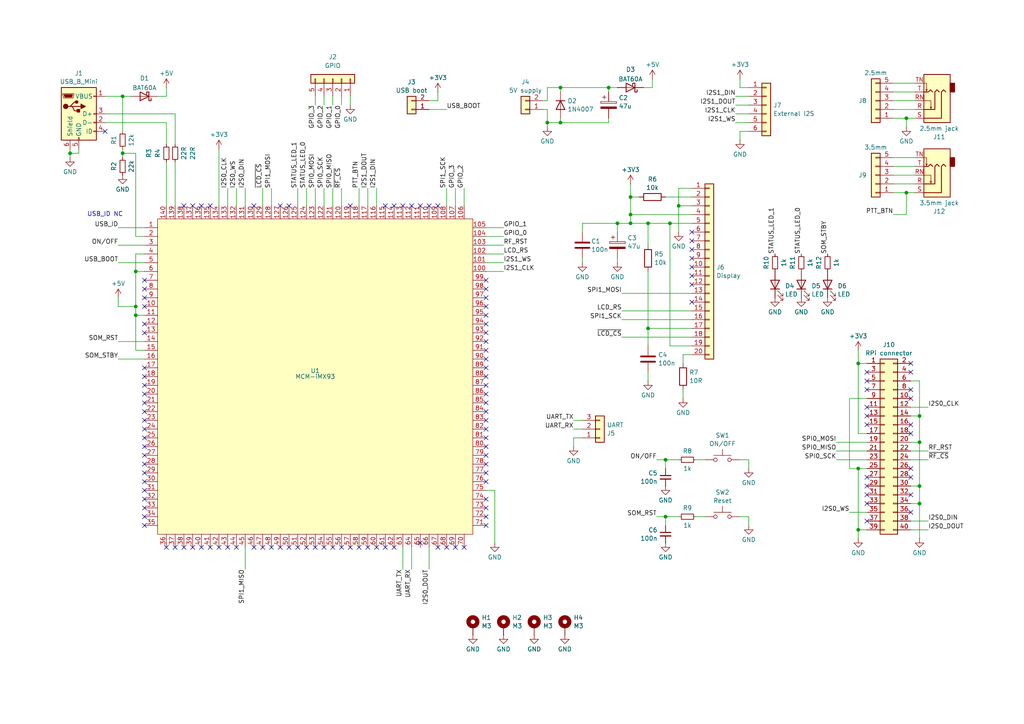
<source format=kicad_sch>
(kicad_sch (version 20250114) (generator "eeschema") (generator_version "9.0")
  (paper "A4")
  (title_block (title "MCM-iMX93 development board") (date "9 Jun 2025") (rev "A") (company "M17 Foundation") (comment 1 "Authors: Wojciech SP5WWP, Andy OE3ANC"))
  (lib_symbols
    (symbol "Connector:USB_B_Mini" (pin_names (offset 1.016))
      (property "Reference" "J" (at -5.08 11.43 0))
      (property "Value" "USB_B_Mini" (at -5.08 8.89 0))
      (symbol "USB_B_Mini_1_1"
        (pin passive line (at -2.54 -10.16 90) (length 2.54) (name "Shield") (number "6"))
        (pin power_out line (at 0 -10.16 90) (length 2.54) (name "GND") (number "5"))
        (pin power_out line (at 7.62 5.08 180) (length 2.54) (name "VBUS") (number "1"))
        (pin bidirectional line (at 7.62 0 180) (length 2.54) (name "D+") (number "3"))
        (pin bidirectional line (at 7.62 -2.54 180) (length 2.54) (name "D-") (number "2"))
        (pin passive line (at 7.62 -5.08 180) (length 2.54) (name "ID") (number "4"))
      )
    )
    (symbol "Connector_Audio:AudioJack3_SwitchTR"
      (property "Reference" "J" (at 0 8.89 0))
      (property "Value" "AudioJack3_SwitchTR" (at 0 6.35 0))
      (symbol "AudioJack3_SwitchTR_1_1"
        (pin passive line (at 5.08 2.54 180) (length 2.54) (name "~") (number "S"))
        (pin passive line (at 5.08 0 180) (length 2.54) (name "~") (number "R"))
        (pin passive line (at 5.08 -2.54 180) (length 2.54) (name "~") (number "RN"))
        (pin passive line (at 5.08 -5.08 180) (length 2.54) (name "~") (number "T"))
        (pin passive line (at 5.08 -7.62 180) (length 2.54) (name "~") (number "TN"))
      )
    )
    (symbol "Connector_Generic:Conn_01x02" (pin_names (offset 1.016) (hide yes))
      (property "Reference" "J" (at 0 2.54 0))
      (property "Value" "Conn_01x02" (at 0 -5.08 0))
      (symbol "Conn_01x02_1_1"
        (pin passive line (at -5.08 0 0) (length 3.81) (name "Pin_1") (number "1"))
        (pin passive line (at -5.08 -2.54 0) (length 3.81) (name "Pin_2") (number "2"))
      )
    )
    (symbol "Connector_Generic:Conn_01x03" (pin_names (offset 1.016) (hide yes))
      (property "Reference" "J" (at 0 5.08 0))
      (property "Value" "Conn_01x03" (at 0 -5.08 0))
      (symbol "Conn_01x03_1_1"
        (pin passive line (at -5.08 2.54 0) (length 3.81) (name "Pin_1") (number "1"))
        (pin passive line (at -5.08 0 0) (length 3.81) (name "Pin_2") (number "2"))
        (pin passive line (at -5.08 -2.54 0) (length 3.81) (name "Pin_3") (number "3"))
      )
    )
    (symbol "Connector_Generic:Conn_01x05" (pin_names (offset 1.016) (hide yes))
      (property "Reference" "J" (at 0 7.62 0))
      (property "Value" "Conn_01x05" (at 0 -7.62 0))
      (symbol "Conn_01x05_1_1"
        (pin passive line (at -5.08 5.08 0) (length 3.81) (name "Pin_1") (number "1"))
        (pin passive line (at -5.08 2.54 0) (length 3.81) (name "Pin_2") (number "2"))
        (pin passive line (at -5.08 0 0) (length 3.81) (name "Pin_3") (number "3"))
        (pin passive line (at -5.08 -2.54 0) (length 3.81) (name "Pin_4") (number "4"))
        (pin passive line (at -5.08 -5.08 0) (length 3.81) (name "Pin_5") (number "5"))
      )
    )
    (symbol "Connector_Generic:Conn_01x06" (pin_names (offset 1.016) (hide yes))
      (property "Reference" "J" (at 0 7.62 0))
      (property "Value" "Conn_01x06" (at 0 -10.16 0))
      (symbol "Conn_01x06_1_1"
        (pin passive line (at -5.08 5.08 0) (length 3.81) (name "Pin_1") (number "1"))
        (pin passive line (at -5.08 2.54 0) (length 3.81) (name "Pin_2") (number "2"))
        (pin passive line (at -5.08 0 0) (length 3.81) (name "Pin_3") (number "3"))
        (pin passive line (at -5.08 -2.54 0) (length 3.81) (name "Pin_4") (number "4"))
        (pin passive line (at -5.08 -5.08 0) (length 3.81) (name "Pin_5") (number "5"))
        (pin passive line (at -5.08 -7.62 0) (length 3.81) (name "Pin_6") (number "6"))
      )
    )
    (symbol "Connector_Generic:Conn_01x20" (pin_names (offset 1.016) (hide yes))
      (property "Reference" "J" (at 0 25.4 0))
      (property "Value" "Conn_01x20" (at 0 -27.94 0))
      (symbol "Conn_01x20_1_1"
        (pin passive line (at -5.08 22.86 0) (length 3.81) (name "Pin_1") (number "1"))
        (pin passive line (at -5.08 20.32 0) (length 3.81) (name "Pin_2") (number "2"))
        (pin passive line (at -5.08 17.78 0) (length 3.81) (name "Pin_3") (number "3"))
        (pin passive line (at -5.08 15.24 0) (length 3.81) (name "Pin_4") (number "4"))
        (pin passive line (at -5.08 12.7 0) (length 3.81) (name "Pin_5") (number "5"))
        (pin passive line (at -5.08 10.16 0) (length 3.81) (name "Pin_6") (number "6"))
        (pin passive line (at -5.08 7.62 0) (length 3.81) (name "Pin_7") (number "7"))
        (pin passive line (at -5.08 5.08 0) (length 3.81) (name "Pin_8") (number "8"))
        (pin passive line (at -5.08 2.54 0) (length 3.81) (name "Pin_9") (number "9"))
        (pin passive line (at -5.08 0 0) (length 3.81) (name "Pin_10") (number "10"))
        (pin passive line (at -5.08 -2.54 0) (length 3.81) (name "Pin_11") (number "11"))
        (pin passive line (at -5.08 -5.08 0) (length 3.81) (name "Pin_12") (number "12"))
        (pin passive line (at -5.08 -7.62 0) (length 3.81) (name "Pin_13") (number "13"))
        (pin passive line (at -5.08 -10.16 0) (length 3.81) (name "Pin_14") (number "14"))
        (pin passive line (at -5.08 -12.7 0) (length 3.81) (name "Pin_15") (number "15"))
        (pin passive line (at -5.08 -15.24 0) (length 3.81) (name "Pin_16") (number "16"))
        (pin passive line (at -5.08 -17.78 0) (length 3.81) (name "Pin_17") (number "17"))
        (pin passive line (at -5.08 -20.32 0) (length 3.81) (name "Pin_18") (number "18"))
        (pin passive line (at -5.08 -22.86 0) (length 3.81) (name "Pin_19") (number "19"))
        (pin passive line (at -5.08 -25.4 0) (length 3.81) (name "Pin_20") (number "20"))
      )
    )
    (symbol "Connector_Generic:Conn_02x20_Odd_Even" (pin_names (offset 1.016) (hide yes))
      (property "Reference" "J" (at 1.27 25.4 0))
      (property "Value" "Conn_02x20_Odd_Even" (at 1.27 -27.94 0))
      (symbol "Conn_02x20_Odd_Even_1_1"
        (pin passive line (at -5.08 22.86 0) (length 3.81) (name "Pin_1") (number "1"))
        (pin passive line (at -5.08 20.32 0) (length 3.81) (name "Pin_3") (number "3"))
        (pin passive line (at -5.08 17.78 0) (length 3.81) (name "Pin_5") (number "5"))
        (pin passive line (at -5.08 15.24 0) (length 3.81) (name "Pin_7") (number "7"))
        (pin passive line (at -5.08 12.7 0) (length 3.81) (name "Pin_9") (number "9"))
        (pin passive line (at -5.08 10.16 0) (length 3.81) (name "Pin_11") (number "11"))
        (pin passive line (at -5.08 7.62 0) (length 3.81) (name "Pin_13") (number "13"))
        (pin passive line (at -5.08 5.08 0) (length 3.81) (name "Pin_15") (number "15"))
        (pin passive line (at -5.08 2.54 0) (length 3.81) (name "Pin_17") (number "17"))
        (pin passive line (at -5.08 0 0) (length 3.81) (name "Pin_19") (number "19"))
        (pin passive line (at -5.08 -2.54 0) (length 3.81) (name "Pin_21") (number "21"))
        (pin passive line (at -5.08 -5.08 0) (length 3.81) (name "Pin_23") (number "23"))
        (pin passive line (at -5.08 -7.62 0) (length 3.81) (name "Pin_25") (number "25"))
        (pin passive line (at -5.08 -10.16 0) (length 3.81) (name "Pin_27") (number "27"))
        (pin passive line (at -5.08 -12.7 0) (length 3.81) (name "Pin_29") (number "29"))
        (pin passive line (at -5.08 -15.24 0) (length 3.81) (name "Pin_31") (number "31"))
        (pin passive line (at -5.08 -17.78 0) (length 3.81) (name "Pin_33") (number "33"))
        (pin passive line (at -5.08 -20.32 0) (length 3.81) (name "Pin_35") (number "35"))
        (pin passive line (at -5.08 -22.86 0) (length 3.81) (name "Pin_37") (number "37"))
        (pin passive line (at -5.08 -25.4 0) (length 3.81) (name "Pin_39") (number "39"))
        (pin passive line (at 7.62 22.86 180) (length 3.81) (name "Pin_2") (number "2"))
        (pin passive line (at 7.62 20.32 180) (length 3.81) (name "Pin_4") (number "4"))
        (pin passive line (at 7.62 17.78 180) (length 3.81) (name "Pin_6") (number "6"))
        (pin passive line (at 7.62 15.24 180) (length 3.81) (name "Pin_8") (number "8"))
        (pin passive line (at 7.62 12.7 180) (length 3.81) (name "Pin_10") (number "10"))
        (pin passive line (at 7.62 10.16 180) (length 3.81) (name "Pin_12") (number "12"))
        (pin passive line (at 7.62 7.62 180) (length 3.81) (name "Pin_14") (number "14"))
        (pin passive line (at 7.62 5.08 180) (length 3.81) (name "Pin_16") (number "16"))
        (pin passive line (at 7.62 2.54 180) (length 3.81) (name "Pin_18") (number "18"))
        (pin passive line (at 7.62 0 180) (length 3.81) (name "Pin_20") (number "20"))
        (pin passive line (at 7.62 -2.54 180) (length 3.81) (name "Pin_22") (number "22"))
        (pin passive line (at 7.62 -5.08 180) (length 3.81) (name "Pin_24") (number "24"))
        (pin passive line (at 7.62 -7.62 180) (length 3.81) (name "Pin_26") (number "26"))
        (pin passive line (at 7.62 -10.16 180) (length 3.81) (name "Pin_28") (number "28"))
        (pin passive line (at 7.62 -12.7 180) (length 3.81) (name "Pin_30") (number "30"))
        (pin passive line (at 7.62 -15.24 180) (length 3.81) (name "Pin_32") (number "32"))
        (pin passive line (at 7.62 -17.78 180) (length 3.81) (name "Pin_34") (number "34"))
        (pin passive line (at 7.62 -20.32 180) (length 3.81) (name "Pin_36") (number "36"))
        (pin passive line (at 7.62 -22.86 180) (length 3.81) (name "Pin_38") (number "38"))
        (pin passive line (at 7.62 -25.4 180) (length 3.81) (name "Pin_40") (number "40"))
      )
    )
    (symbol "Device:C" (pin_numbers (hide yes)) (pin_names (offset 0.254))
      (property "Reference" "C" (at 0.635 2.54 0))
      (property "Value" "C" (at 0.635 -2.54 0))
      (symbol "C_1_1"
        (pin passive line (at 0 3.81 270) (length 2.794) (name "~") (number "1"))
        (pin passive line (at 0 -3.81 90) (length 2.794) (name "~") (number "2"))
      )
    )
    (symbol "Device:C_Polarized" (pin_numbers (hide yes)) (pin_names (offset 0.254))
      (property "Reference" "C" (at 0.635 2.54 0))
      (property "Value" "C_Polarized" (at 0.635 -2.54 0))
      (symbol "C_Polarized_1_1"
        (pin passive line (at 0 3.81 270) (length 2.794) (name "~") (number "1"))
        (pin passive line (at 0 -3.81 90) (length 2.794) (name "~") (number "2"))
      )
    )
    (symbol "Device:C_Small" (pin_numbers (hide yes)) (pin_names (offset 0.254) (hide yes))
      (property "Reference" "C" (at 0.254 1.778 0))
      (property "Value" "C_Small" (at 0.254 -2.032 0))
      (symbol "C_Small_1_1"
        (pin passive line (at 0 2.54 270) (length 2.032) (name "~") (number "1"))
        (pin passive line (at 0 -2.54 90) (length 2.032) (name "~") (number "2"))
      )
    )
    (symbol "Device:LED" (pin_numbers (hide yes)) (pin_names (offset 1.016) (hide yes))
      (property "Reference" "D" (at 0 2.54 0))
      (property "Value" "LED" (at 0 -2.54 0))
      (symbol "LED_1_1"
        (pin passive line (at -3.81 0 0) (length 2.54) (name "K") (number "1"))
        (pin passive line (at 3.81 0 180) (length 2.54) (name "A") (number "2"))
      )
    )
    (symbol "Device:R" (pin_numbers (hide yes)) (pin_names (offset 0))
      (property "Reference" "R" (at 2.032 0 90))
      (property "Value" "R" (at 0 0 90))
      (symbol "R_1_1"
        (pin passive line (at 0 3.81 270) (length 1.27) (name "~") (number "1"))
        (pin passive line (at 0 -3.81 90) (length 1.27) (name "~") (number "2"))
      )
    )
    (symbol "Device:R_Small" (pin_numbers (hide yes)) (pin_names (offset 0.254) (hide yes))
      (property "Reference" "R" (at 0.762 0.508 0))
      (property "Value" "R_Small" (at 0.762 -1.016 0))
      (symbol "R_Small_1_1"
        (pin passive line (at 0 2.54 270) (length 0.762) (name "~") (number "1"))
        (pin passive line (at 0 -2.54 90) (length 0.762) (name "~") (number "2"))
      )
    )
    (symbol "Diode:1N4007" (pin_numbers (hide yes)) (pin_names (hide yes))
      (property "Reference" "D" (at 0 2.54 0))
      (property "Value" "1N4007" (at 0 -2.54 0))
      (symbol "1N4007_1_1"
        (pin passive line (at -3.81 0 0) (length 2.54) (name "K") (number "1"))
        (pin passive line (at 3.81 0 180) (length 2.54) (name "A") (number "2"))
      )
    )
    (symbol "Diode:BAT60A" (pin_numbers (hide yes)) (pin_names (offset 1.016) (hide yes))
      (property "Reference" "D" (at 0 2.54 0))
      (property "Value" "BAT60A" (at 0 -2.54 0))
      (symbol "BAT60A_1_1"
        (pin passive line (at -3.81 0 0) (length 2.54) (name "K") (number "1"))
        (pin passive line (at 3.81 0 180) (length 2.54) (name "A") (number "2"))
      )
    )
    (symbol "Mechanical:MountingHole_Pad" (pin_numbers (hide yes)) (pin_names (offset 1.016) (hide yes)) (in_bom no)
      (property "Reference" "H" (at 0 6.35 0))
      (property "Value" "MountingHole_Pad" (at 0 4.445 0))
      (symbol "MountingHole_Pad_1_1"
        (pin input line (at 0 -2.54 90) (length 2.54) (name "1") (number "1"))
      )
    )
    (symbol "Parts:MCM-iMX93-SOM"
      (property "Reference" "U" (at 1.27 0 0))
      (symbol "MCM-iMX93-SOM_1_1"
        (pin bidirectional line (at -49.53 43.18 0) (length 3.81) (name "") (number "1"))
        (pin bidirectional line (at -49.53 40.64 0) (length 3.81) (name "") (number "2"))
        (pin bidirectional line (at -49.53 38.1 0) (length 3.81) (name "") (number "3"))
        (pin bidirectional line (at -49.53 35.56 0) (length 3.81) (name "") (number "4"))
        (pin bidirectional line (at -49.53 33.02 0) (length 3.81) (name "") (number "5"))
        (pin bidirectional line (at -49.53 30.48 0) (length 3.81) (name "") (number "6"))
        (pin bidirectional line (at -49.53 27.94 0) (length 3.81) (name "") (number "7"))
        (pin bidirectional line (at -49.53 25.4 0) (length 3.81) (name "") (number "8"))
        (pin bidirectional line (at -49.53 22.86 0) (length 3.81) (name "") (number "9"))
        (pin bidirectional line (at -49.53 20.32 0) (length 3.81) (name "") (number "10"))
        (pin bidirectional line (at -49.53 17.78 0) (length 3.81) (name "") (number "11"))
        (pin bidirectional line (at -49.53 15.24 0) (length 3.81) (name "") (number "12"))
        (pin bidirectional line (at -49.53 12.7 0) (length 3.81) (name "") (number "13"))
        (pin bidirectional line (at -49.53 10.16 0) (length 3.81) (name "") (number "14"))
        (pin bidirectional line (at -49.53 7.62 0) (length 3.81) (name "") (number "15"))
        (pin bidirectional line (at -49.53 5.08 0) (length 3.81) (name "") (number "16"))
        (pin bidirectional line (at -49.53 2.54 0) (length 3.81) (name "") (number "17"))
        (pin bidirectional line (at -49.53 0 0) (length 3.81) (name "") (number "18"))
        (pin bidirectional line (at -49.53 -2.54 0) (length 3.81) (name "") (number "19"))
        (pin bidirectional line (at -49.53 -5.08 0) (length 3.81) (name "") (number "20"))
        (pin bidirectional line (at -49.53 -7.62 0) (length 3.81) (name "") (number "21"))
        (pin bidirectional line (at -49.53 -10.16 0) (length 3.81) (name "") (number "22"))
        (pin bidirectional line (at -49.53 -12.7 0) (length 3.81) (name "") (number "23"))
        (pin bidirectional line (at -49.53 -15.24 0) (length 3.81) (name "") (number "24"))
        (pin bidirectional line (at -49.53 -17.78 0) (length 3.81) (name "") (number "25"))
        (pin bidirectional line (at -49.53 -20.32 0) (length 3.81) (name "") (number "26"))
        (pin bidirectional line (at -49.53 -22.86 0) (length 3.81) (name "") (number "27"))
        (pin bidirectional line (at -49.53 -25.4 0) (length 3.81) (name "") (number "28"))
        (pin bidirectional line (at -49.53 -27.94 0) (length 3.81) (name "") (number "29"))
        (pin bidirectional line (at -49.53 -30.48 0) (length 3.81) (name "") (number "30"))
        (pin bidirectional line (at -49.53 -33.02 0) (length 3.81) (name "") (number "31"))
        (pin bidirectional line (at -49.53 -35.56 0) (length 3.81) (name "") (number "32"))
        (pin bidirectional line (at -49.53 -38.1 0) (length 3.81) (name "") (number "33"))
        (pin bidirectional line (at -49.53 -40.64 0) (length 3.81) (name "") (number "34"))
        (pin bidirectional line (at -49.53 -43.18 0) (length 3.81) (name "") (number "35"))
        (pin bidirectional line (at -43.18 49.53 270) (length 3.81) (name "") (number "140"))
        (pin bidirectional line (at -43.18 -49.53 90) (length 3.81) (name "") (number "36"))
        (pin bidirectional line (at -40.64 49.53 270) (length 3.81) (name "") (number "139"))
        (pin bidirectional line (at -40.64 -49.53 90) (length 3.81) (name "") (number "37"))
        (pin bidirectional line (at -38.1 49.53 270) (length 3.81) (name "") (number "138"))
        (pin bidirectional line (at -38.1 -49.53 90) (length 3.81) (name "") (number "38"))
        (pin bidirectional line (at -35.56 49.53 270) (length 3.81) (name "") (number "137"))
        (pin bidirectional line (at -35.56 -49.53 90) (length 3.81) (name "") (number "39"))
        (pin bidirectional line (at -33.02 49.53 270) (length 3.81) (name "") (number "136"))
        (pin bidirectional line (at -33.02 -49.53 90) (length 3.81) (name "") (number "40"))
        (pin bidirectional line (at -30.48 49.53 270) (length 3.81) (name "") (number "135"))
        (pin bidirectional line (at -30.48 -49.53 90) (length 3.81) (name "") (number "41"))
        (pin bidirectional line (at -27.94 49.53 270) (length 3.81) (name "") (number "134"))
        (pin bidirectional line (at -27.94 -49.53 90) (length 3.81) (name "") (number "42"))
        (pin bidirectional line (at -25.4 49.53 270) (length 3.81) (name "") (number "133"))
        (pin bidirectional line (at -25.4 -49.53 90) (length 3.81) (name "") (number "43"))
        (pin bidirectional line (at -22.86 49.53 270) (length 3.81) (name "") (number "132"))
        (pin bidirectional line (at -22.86 -49.53 90) (length 3.81) (name "") (number "44"))
        (pin bidirectional line (at -20.32 49.53 270) (length 3.81) (name "") (number "131"))
        (pin bidirectional line (at -20.32 -49.53 90) (length 3.81) (name "") (number "45"))
        (pin bidirectional line (at -17.78 49.53 270) (length 3.81) (name "") (number "130"))
        (pin bidirectional line (at -17.78 -49.53 90) (length 3.81) (name "") (number "46"))
        (pin bidirectional line (at -15.24 49.53 270) (length 3.81) (name "") (number "129"))
        (pin bidirectional line (at -15.24 -49.53 90) (length 3.81) (name "") (number "47"))
        (pin bidirectional line (at -12.7 49.53 270) (length 3.81) (name "") (number "128"))
        (pin bidirectional line (at -12.7 -49.53 90) (length 3.81) (name "") (number "48"))
        (pin bidirectional line (at -10.16 49.53 270) (length 3.81) (name "") (number "127"))
        (pin bidirectional line (at -10.16 -49.53 90) (length 3.81) (name "") (number "49"))
        (pin bidirectional line (at -7.62 49.53 270) (length 3.81) (name "") (number "126"))
        (pin bidirectional line (at -7.62 -49.53 90) (length 3.81) (name "") (number "50"))
        (pin bidirectional line (at -5.08 49.53 270) (length 3.81) (name "") (number "125"))
        (pin bidirectional line (at -5.08 -49.53 90) (length 3.81) (name "") (number "51"))
        (pin bidirectional line (at -2.54 49.53 270) (length 3.81) (name "") (number "124"))
        (pin bidirectional line (at -2.54 -49.53 90) (length 3.81) (name "") (number "52"))
        (pin bidirectional line (at 0 49.53 270) (length 3.81) (name "") (number "123"))
        (pin bidirectional line (at 0 -49.53 90) (length 3.81) (name "") (number "53"))
        (pin bidirectional line (at 2.54 49.53 270) (length 3.81) (name "") (number "122"))
        (pin bidirectional line (at 2.54 -49.53 90) (length 3.81) (name "") (number "54"))
        (pin bidirectional line (at 5.08 49.53 270) (length 3.81) (name "") (number "121"))
        (pin bidirectional line (at 5.08 -49.53 90) (length 3.81) (name "") (number "55"))
        (pin bidirectional line (at 7.62 49.53 270) (length 3.81) (name "") (number "120"))
        (pin bidirectional line (at 7.62 -49.53 90) (length 3.81) (name "") (number "56"))
        (pin bidirectional line (at 10.16 49.53 270) (length 3.81) (name "") (number "119"))
        (pin bidirectional line (at 10.16 -49.53 90) (length 3.81) (name "") (number "57"))
        (pin bidirectional line (at 12.7 49.53 270) (length 3.81) (name "") (number "118"))
        (pin bidirectional line (at 12.7 -49.53 90) (length 3.81) (name "") (number "58"))
        (pin bidirectional line (at 15.24 49.53 270) (length 3.81) (name "") (number "117"))
        (pin bidirectional line (at 15.24 -49.53 90) (length 3.81) (name "") (number "59"))
        (pin bidirectional line (at 17.78 49.53 270) (length 3.81) (name "") (number "116"))
        (pin bidirectional line (at 17.78 -49.53 90) (length 3.81) (name "") (number "60"))
        (pin bidirectional line (at 20.32 49.53 270) (length 3.81) (name "") (number "115"))
        (pin bidirectional line (at 20.32 -49.53 90) (length 3.81) (name "") (number "61"))
        (pin bidirectional line (at 22.86 49.53 270) (length 3.81) (name "") (number "114"))
        (pin bidirectional line (at 22.86 -49.53 90) (length 3.81) (name "") (number "62"))
        (pin bidirectional line (at 25.4 49.53 270) (length 3.81) (name "") (number "113"))
        (pin bidirectional line (at 25.4 -49.53 90) (length 3.81) (name "") (number "63"))
        (pin bidirectional line (at 27.94 49.53 270) (length 3.81) (name "") (number "112"))
        (pin bidirectional line (at 27.94 -49.53 90) (length 3.81) (name "") (number "64"))
        (pin bidirectional line (at 30.48 49.53 270) (length 3.81) (name "") (number "111"))
        (pin bidirectional line (at 30.48 -49.53 90) (length 3.81) (name "") (number "65"))
        (pin bidirectional line (at 33.02 49.53 270) (length 3.81) (name "") (number "110"))
        (pin bidirectional line (at 33.02 -49.53 90) (length 3.81) (name "") (number "66"))
        (pin bidirectional line (at 35.56 49.53 270) (length 3.81) (name "") (number "109"))
        (pin bidirectional line (at 35.56 -49.53 90) (length 3.81) (name "") (number "67"))
        (pin bidirectional line (at 38.1 49.53 270) (length 3.81) (name "") (number "108"))
        (pin bidirectional line (at 38.1 -49.53 90) (length 3.81) (name "") (number "68"))
        (pin bidirectional line (at 40.64 49.53 270) (length 3.81) (name "") (number "107"))
        (pin bidirectional line (at 40.64 -49.53 90) (length 3.81) (name "") (number "69"))
        (pin bidirectional line (at 43.18 49.53 270) (length 3.81) (name "") (number "106"))
        (pin bidirectional line (at 43.18 -49.53 90) (length 3.81) (name "") (number "70"))
        (pin bidirectional line (at 49.53 43.18 180) (length 3.81) (name "") (number "105"))
        (pin bidirectional line (at 49.53 40.64 180) (length 3.81) (name "") (number "104"))
        (pin bidirectional line (at 49.53 38.1 180) (length 3.81) (name "") (number "103"))
        (pin bidirectional line (at 49.53 35.56 180) (length 3.81) (name "") (number "102"))
        (pin bidirectional line (at 49.53 33.02 180) (length 3.81) (name "") (number "101"))
        (pin bidirectional line (at 49.53 30.48 180) (length 3.81) (name "") (number "100"))
        (pin bidirectional line (at 49.53 27.94 180) (length 3.81) (name "") (number "99"))
        (pin bidirectional line (at 49.53 25.4 180) (length 3.81) (name "") (number "98"))
        (pin bidirectional line (at 49.53 22.86 180) (length 3.81) (name "") (number "97"))
        (pin bidirectional line (at 49.53 20.32 180) (length 3.81) (name "") (number "96"))
        (pin bidirectional line (at 49.53 17.78 180) (length 3.81) (name "") (number "95"))
        (pin bidirectional line (at 49.53 15.24 180) (length 3.81) (name "") (number "94"))
        (pin bidirectional line (at 49.53 12.7 180) (length 3.81) (name "") (number "93"))
        (pin bidirectional line (at 49.53 10.16 180) (length 3.81) (name "") (number "92"))
        (pin bidirectional line (at 49.53 7.62 180) (length 3.81) (name "") (number "91"))
        (pin bidirectional line (at 49.53 5.08 180) (length 3.81) (name "") (number "90"))
        (pin bidirectional line (at 49.53 2.54 180) (length 3.81) (name "") (number "89"))
        (pin bidirectional line (at 49.53 0 180) (length 3.81) (name "") (number "88"))
        (pin bidirectional line (at 49.53 -2.54 180) (length 3.81) (name "") (number "87"))
        (pin bidirectional line (at 49.53 -5.08 180) (length 3.81) (name "") (number "86"))
        (pin bidirectional line (at 49.53 -7.62 180) (length 3.81) (name "") (number "85"))
        (pin bidirectional line (at 49.53 -10.16 180) (length 3.81) (name "") (number "84"))
        (pin bidirectional line (at 49.53 -12.7 180) (length 3.81) (name "") (number "83"))
        (pin bidirectional line (at 49.53 -15.24 180) (length 3.81) (name "") (number "82"))
        (pin bidirectional line (at 49.53 -17.78 180) (length 3.81) (name "") (number "81"))
        (pin bidirectional line (at 49.53 -20.32 180) (length 3.81) (name "") (number "80"))
        (pin bidirectional line (at 49.53 -22.86 180) (length 3.81) (name "") (number "79"))
        (pin bidirectional line (at 49.53 -25.4 180) (length 3.81) (name "") (number "78"))
        (pin bidirectional line (at 49.53 -27.94 180) (length 3.81) (name "") (number "77"))
        (pin bidirectional line (at 49.53 -30.48 180) (length 3.81) (name "") (number "76"))
        (pin bidirectional line (at 49.53 -33.02 180) (length 3.81) (name "") (number "75"))
        (pin bidirectional line (at 49.53 -35.56 180) (length 3.81) (name "") (number "74"))
        (pin bidirectional line (at 49.53 -38.1 180) (length 3.81) (name "") (number "73"))
        (pin bidirectional line (at 49.53 -40.64 180) (length 3.81) (name "") (number "72"))
        (pin bidirectional line (at 49.53 -43.18 180) (length 3.81) (name "") (number "71"))
      )
    )
    (symbol "Switch:SW_MEC_5G" (pin_numbers (hide yes)) (pin_names (offset 1.016) (hide yes))
      (property "Reference" "SW" (at 1.27 2.54 0))
      (property "Value" "SW_MEC_5G" (at 0 -1.524 0))
      (symbol "SW_MEC_5G_0_1"
        (pin passive line (at -5.08 0 0) (length 2.54) (name "A") (number "1"))
        (pin passive line (at 5.08 0 180) (length 2.54) (name "B") (number "3"))
      )
      (symbol "SW_MEC_5G_1_1"
        (pin passive line (at -5.08 0 0) (length 2.54) (hide yes) (name "A") (number "2"))
        (pin passive line (at 5.08 0 180) (length 2.54) (hide yes) (name "B") (number "4"))
      )
    )
    (symbol "power:+3V3" (power) (pin_numbers (hide yes)) (pin_names (offset 0) (hide yes))
      (property "Value" "+3V3" (at 0 3.556 0))
      (symbol "+3V3_1_1"
        (pin power_in line (at 0 0 90) (length 0) (name "~") (number "1"))
      )
    )
    (symbol "power:+5V" (power) (pin_numbers (hide yes)) (pin_names (offset 0) (hide yes))
      (property "Value" "+5V" (at 0 3.556 0))
      (symbol "+5V_1_1"
        (pin power_in line (at 0 0 90) (length 0) (name "~") (number "1"))
      )
    )
    (symbol "power:GND" (power) (pin_numbers (hide yes)) (pin_names (offset 0) (hide yes))
      (property "Value" "GND" (at 0 -3.81 0))
      (symbol "GND_1_1"
        (pin power_in line (at 0 0 270) (length 0) (name "~") (number "1"))
      )
    )
  )
  (text "USB_ID NC" (at 30.48 62.23 0) (effects (font (size 1.27 1.27))))
  (junction (at 196.85 59.69))
  (junction (at 162.56 25.4))
  (junction (at 248.92 135.89))
  (junction (at 35.56 44.45))
  (junction (at 39.37 88.9))
  (junction (at 176.53 25.4))
  (junction (at 193.04 133.35))
  (junction (at 266.7 128.27))
  (junction (at 248.92 153.67))
  (junction (at 193.04 149.86))
  (junction (at 266.7 146.05))
  (junction (at 182.88 64.77))
  (junction (at 262.89 34.29))
  (junction (at 266.7 140.97))
  (junction (at 248.92 105.41))
  (junction (at 266.7 120.65))
  (junction (at 262.89 55.88))
  (junction (at 162.56 35.56))
  (junction (at 182.88 57.15))
  (junction (at 39.37 91.44))
  (junction (at 182.88 62.23))
  (junction (at 187.96 64.77))
  (junction (at 158.75 35.56))
  (junction (at 194.31 64.77))
  (junction (at 35.56 27.94))
  (junction (at 20.32 44.45))
  (junction (at 179.07 64.77))
  (junction (at 187.96 95.25))
  (junction (at 39.37 78.74))
  (no_connect (at 81.28 59.69))
  (no_connect (at 140.97 106.68))
  (no_connect (at 41.91 83.82))
  (no_connect (at 73.66 59.69))
  (no_connect (at 41.91 137.16))
  (no_connect (at 129.54 158.75))
  (no_connect (at 41.91 96.52))
  (no_connect (at 251.46 110.49))
  (no_connect (at 41.91 114.3))
  (no_connect (at 119.38 59.69))
  (no_connect (at 140.97 139.7))
  (no_connect (at 140.97 152.4))
  (no_connect (at 93.98 158.75))
  (no_connect (at 140.97 149.86))
  (no_connect (at 251.46 123.19))
  (no_connect (at 91.44 158.75))
  (no_connect (at 41.91 142.24))
  (no_connect (at 78.74 158.75))
  (no_connect (at 140.97 144.78))
  (no_connect (at 251.46 140.97))
  (no_connect (at 200.66 80.01))
  (no_connect (at 200.66 67.31))
  (no_connect (at 109.22 158.75))
  (no_connect (at 63.5 158.75))
  (no_connect (at 99.06 158.75))
  (no_connect (at 140.97 109.22))
  (no_connect (at 264.16 115.57))
  (no_connect (at 251.46 113.03))
  (no_connect (at 96.52 158.75))
  (no_connect (at 76.2 158.75))
  (no_connect (at 41.91 88.9))
  (no_connect (at 140.97 114.3))
  (no_connect (at 140.97 86.36))
  (no_connect (at 140.97 93.98))
  (no_connect (at 251.46 146.05))
  (no_connect (at 251.46 118.11))
  (no_connect (at 264.16 107.95))
  (no_connect (at 140.97 88.9))
  (no_connect (at 124.46 59.69))
  (no_connect (at 116.84 59.69))
  (no_connect (at 41.91 119.38))
  (no_connect (at 264.16 143.51))
  (no_connect (at 53.34 158.75))
  (no_connect (at 200.66 74.93))
  (no_connect (at 104.14 158.75))
  (no_connect (at 48.26 158.75))
  (no_connect (at 121.92 59.69))
  (no_connect (at 200.66 87.63))
  (no_connect (at 60.96 59.69))
  (no_connect (at 41.91 124.46))
  (no_connect (at 132.08 158.75))
  (no_connect (at 140.97 134.62))
  (no_connect (at 41.91 111.76))
  (no_connect (at 88.9 158.75))
  (no_connect (at 140.97 132.08))
  (no_connect (at 41.91 152.4))
  (no_connect (at 83.82 59.69))
  (no_connect (at 41.91 116.84))
  (no_connect (at 41.91 109.22))
  (no_connect (at 41.91 132.08))
  (no_connect (at 140.97 83.82))
  (no_connect (at 140.97 91.44))
  (no_connect (at 50.8 158.75))
  (no_connect (at 140.97 127))
  (no_connect (at 81.28 158.75))
  (no_connect (at 127 59.69))
  (no_connect (at 41.91 93.98))
  (no_connect (at 200.66 77.47))
  (no_connect (at 140.97 119.38))
  (no_connect (at 30.48 38.1))
  (no_connect (at 101.6 59.69))
  (no_connect (at 60.96 158.75))
  (no_connect (at 101.6 158.75))
  (no_connect (at 251.46 107.95))
  (no_connect (at 264.16 105.41))
  (no_connect (at 41.91 81.28))
  (no_connect (at 140.97 104.14))
  (no_connect (at 140.97 116.84))
  (no_connect (at 200.66 72.39))
  (no_connect (at 140.97 99.06))
  (no_connect (at 58.42 59.69))
  (no_connect (at 251.46 143.51))
  (no_connect (at 111.76 158.75))
  (no_connect (at 140.97 121.92))
  (no_connect (at 264.16 123.19))
  (no_connect (at 140.97 111.76))
  (no_connect (at 264.16 125.73))
  (no_connect (at 41.91 106.68))
  (no_connect (at 140.97 101.6))
  (no_connect (at 264.16 138.43))
  (no_connect (at 58.42 158.75))
  (no_connect (at 114.3 59.69))
  (no_connect (at 41.91 129.54))
  (no_connect (at 140.97 124.46))
  (no_connect (at 41.91 86.36))
  (no_connect (at 73.66 158.75))
  (no_connect (at 140.97 147.32))
  (no_connect (at 41.91 144.78))
  (no_connect (at 111.76 59.69))
  (no_connect (at 106.68 158.75))
  (no_connect (at 53.34 59.69))
  (no_connect (at 251.46 120.65))
  (no_connect (at 55.88 59.69))
  (no_connect (at 134.62 158.75))
  (no_connect (at 251.46 151.13))
  (no_connect (at 41.91 121.92))
  (no_connect (at 140.97 137.16))
  (no_connect (at 127 158.75))
  (no_connect (at 264.16 113.03))
  (no_connect (at 41.91 149.86))
  (no_connect (at 264.16 135.89))
  (no_connect (at 68.58 158.75))
  (no_connect (at 140.97 129.54))
  (no_connect (at 83.82 158.75))
  (no_connect (at 41.91 127))
  (no_connect (at 114.3 158.75))
  (no_connect (at 200.66 69.85))
  (no_connect (at 86.36 158.75))
  (no_connect (at 200.66 82.55))
  (no_connect (at 264.16 148.59))
  (no_connect (at 66.04 158.75))
  (no_connect (at 140.97 96.52))
  (no_connect (at 121.92 157.48))
  (no_connect (at 251.46 138.43))
  (no_connect (at 140.97 81.28))
  (no_connect (at 55.88 158.75))
  (no_connect (at 41.91 139.7))
  (no_connect (at 41.91 134.62))
  (no_connect (at 41.91 147.32))
  (wire (pts (xy 39.37 101.6) (xy 39.37 91.44)))
  (wire (pts (xy 259.08 48.26) (xy 265.43 48.26)))
  (wire (pts (xy 190.5 133.35) (xy 193.04 133.35)))
  (wire (pts (xy 262.89 62.23) (xy 262.89 55.88)))
  (wire (pts (xy 132.08 54.61) (xy 132.08 59.69)))
  (wire (pts (xy 168.91 64.77) (xy 179.07 64.77)))
  (wire (pts (xy 158.75 29.21) (xy 158.75 25.4)))
  (wire (pts (xy 187.96 64.77) (xy 187.96 71.12)))
  (wire (pts (xy 182.88 53.34) (xy 182.88 57.15)))
  (wire (pts (xy 157.48 31.75) (xy 158.75 31.75)))
  (wire (pts (xy 35.56 27.94) (xy 38.1 27.94)))
  (wire (pts (xy 187.96 107.95) (xy 187.96 110.49)))
  (wire (pts (xy 179.07 74.93) (xy 179.07 76.2)))
  (wire (pts (xy 66.04 54.61) (xy 66.04 59.69)))
  (wire (pts (xy 264.16 120.65) (xy 266.7 120.65)))
  (wire (pts (xy 217.17 25.4) (xy 214.63 25.4)))
  (wire (pts (xy 166.37 121.92) (xy 168.91 121.92)))
  (wire (pts (xy 119.38 165.1) (xy 119.38 158.75)))
  (wire (pts (xy 143.51 142.24) (xy 143.51 157.48)))
  (wire (pts (xy 50.8 33.02) (xy 50.8 41.91)))
  (wire (pts (xy 162.56 35.56) (xy 158.75 35.56)))
  (wire (pts (xy 129.54 54.61) (xy 129.54 59.69)))
  (wire (pts (xy 35.56 27.94) (xy 35.56 38.1)))
  (wire (pts (xy 242.57 128.27) (xy 251.46 128.27)))
  (wire (pts (xy 248.92 135.89) (xy 248.92 153.67)))
  (wire (pts (xy 264.16 118.11) (xy 269.24 118.11)))
  (wire (pts (xy 200.66 64.77) (xy 194.31 64.77)))
  (wire (pts (xy 187.96 64.77) (xy 182.88 64.77)))
  (wire (pts (xy 168.91 67.31) (xy 168.91 64.77)))
  (wire (pts (xy 200.66 95.25) (xy 187.96 95.25)))
  (wire (pts (xy 41.91 101.6) (xy 39.37 101.6)))
  (wire (pts (xy 264.16 133.35) (xy 269.24 133.35)))
  (wire (pts (xy 248.92 153.67) (xy 248.92 156.21)))
  (wire (pts (xy 104.14 54.61) (xy 104.14 59.69)))
  (wire (pts (xy 214.63 25.4) (xy 214.63 22.86)))
  (wire (pts (xy 45.72 27.94) (xy 48.26 27.94)))
  (wire (pts (xy 34.29 86.36) (xy 34.29 88.9)))
  (wire (pts (xy 124.46 31.75) (xy 129.54 31.75)))
  (wire (pts (xy 196.85 54.61) (xy 200.66 54.61)))
  (wire (pts (xy 251.46 135.89) (xy 248.92 135.89)))
  (wire (pts (xy 248.92 101.6) (xy 248.92 105.41)))
  (wire (pts (xy 264.16 128.27) (xy 266.7 128.27)))
  (wire (pts (xy 39.37 44.45) (xy 35.56 44.45)))
  (wire (pts (xy 180.34 97.79) (xy 200.66 97.79)))
  (wire (pts (xy 140.97 68.58) (xy 146.05 68.58)))
  (wire (pts (xy 39.37 78.74) (xy 41.91 78.74)))
  (wire (pts (xy 41.91 73.66) (xy 39.37 73.66)))
  (wire (pts (xy 259.08 50.8) (xy 265.43 50.8)))
  (wire (pts (xy 127 29.21) (xy 127 26.67)))
  (wire (pts (xy 214.63 133.35) (xy 217.17 133.35)))
  (wire (pts (xy 39.37 88.9) (xy 39.37 78.74)))
  (wire (pts (xy 217.17 38.1) (xy 214.63 38.1)))
  (wire (pts (xy 193.04 57.15) (xy 200.66 57.15)))
  (wire (pts (xy 193.04 149.86) (xy 193.04 152.4)))
  (wire (pts (xy 266.7 110.49) (xy 266.7 120.65)))
  (wire (pts (xy 63.5 43.18) (xy 63.5 59.69)))
  (wire (pts (xy 246.38 135.89) (xy 248.92 135.89)))
  (wire (pts (xy 109.22 54.61) (xy 109.22 59.69)))
  (wire (pts (xy 214.63 38.1) (xy 214.63 40.64)))
  (wire (pts (xy 246.38 115.57) (xy 246.38 135.89)))
  (wire (pts (xy 39.37 91.44) (xy 39.37 88.9)))
  (wire (pts (xy 86.36 54.61) (xy 86.36 59.69)))
  (wire (pts (xy 182.88 57.15) (xy 185.42 57.15)))
  (wire (pts (xy 266.7 146.05) (xy 266.7 156.21)))
  (wire (pts (xy 264.16 151.13) (xy 269.24 151.13)))
  (wire (pts (xy 88.9 54.61) (xy 88.9 59.69)))
  (wire (pts (xy 34.29 66.04) (xy 41.91 66.04)))
  (wire (pts (xy 259.08 62.23) (xy 262.89 62.23)))
  (wire (pts (xy 48.26 35.56) (xy 30.48 35.56)))
  (wire (pts (xy 176.53 34.29) (xy 176.53 35.56)))
  (wire (pts (xy 162.56 34.29) (xy 162.56 35.56)))
  (wire (pts (xy 30.48 27.94) (xy 35.56 27.94)))
  (wire (pts (xy 78.74 54.61) (xy 78.74 59.69)))
  (wire (pts (xy 193.04 133.35) (xy 196.85 133.35)))
  (wire (pts (xy 39.37 78.74) (xy 39.37 73.66)))
  (wire (pts (xy 266.7 120.65) (xy 266.7 128.27)))
  (wire (pts (xy 259.08 45.72) (xy 265.43 45.72)))
  (wire (pts (xy 179.07 67.31) (xy 179.07 64.77)))
  (wire (pts (xy 140.97 76.2) (xy 146.05 76.2)))
  (wire (pts (xy 35.56 43.18) (xy 35.56 44.45)))
  (wire (pts (xy 198.12 113.03) (xy 198.12 115.57)))
  (wire (pts (xy 140.97 66.04) (xy 146.05 66.04)))
  (wire (pts (xy 166.37 129.54) (xy 166.37 127)))
  (wire (pts (xy 176.53 26.67) (xy 176.53 25.4)))
  (wire (pts (xy 158.75 25.4) (xy 162.56 25.4)))
  (wire (pts (xy 48.26 46.99) (xy 48.26 59.69)))
  (wire (pts (xy 71.12 54.61) (xy 71.12 59.69)))
  (wire (pts (xy 34.29 71.12) (xy 41.91 71.12)))
  (wire (pts (xy 140.97 73.66) (xy 146.05 73.66)))
  (wire (pts (xy 262.89 34.29) (xy 262.89 36.83)))
  (wire (pts (xy 242.57 133.35) (xy 251.46 133.35)))
  (wire (pts (xy 248.92 105.41) (xy 251.46 105.41)))
  (wire (pts (xy 264.16 153.67) (xy 269.24 153.67)))
  (wire (pts (xy 91.44 30.48) (xy 91.44 27.94)))
  (wire (pts (xy 182.88 64.77) (xy 182.88 62.23)))
  (wire (pts (xy 200.66 62.23) (xy 182.88 62.23)))
  (wire (pts (xy 186.69 25.4) (xy 189.23 25.4)))
  (wire (pts (xy 259.08 31.75) (xy 265.43 31.75)))
  (wire (pts (xy 116.84 165.1) (xy 116.84 158.75)))
  (wire (pts (xy 259.08 26.67) (xy 265.43 26.67)))
  (wire (pts (xy 264.16 140.97) (xy 266.7 140.97)))
  (wire (pts (xy 39.37 68.58) (xy 39.37 44.45)))
  (wire (pts (xy 124.46 158.75) (xy 124.46 165.1)))
  (wire (pts (xy 48.26 27.94) (xy 48.26 25.4)))
  (wire (pts (xy 196.85 54.61) (xy 196.85 59.69)))
  (wire (pts (xy 162.56 25.4) (xy 176.53 25.4)))
  (wire (pts (xy 41.91 68.58) (xy 39.37 68.58)))
  (wire (pts (xy 158.75 31.75) (xy 158.75 35.56)))
  (wire (pts (xy 106.68 54.61) (xy 106.68 59.69)))
  (wire (pts (xy 34.29 88.9) (xy 39.37 88.9)))
  (wire (pts (xy 96.52 54.61) (xy 96.52 59.69)))
  (wire (pts (xy 187.96 95.25) (xy 187.96 100.33)))
  (wire (pts (xy 264.16 110.49) (xy 266.7 110.49)))
  (wire (pts (xy 71.12 158.75) (xy 71.12 165.1)))
  (wire (pts (xy 35.56 44.45) (xy 35.56 45.72)))
  (wire (pts (xy 251.46 125.73) (xy 248.92 125.73)))
  (wire (pts (xy 217.17 149.86) (xy 217.17 152.4)))
  (wire (pts (xy 213.36 27.94) (xy 217.17 27.94)))
  (wire (pts (xy 251.46 115.57) (xy 246.38 115.57)))
  (wire (pts (xy 162.56 26.67) (xy 162.56 25.4)))
  (wire (pts (xy 140.97 78.74) (xy 146.05 78.74)))
  (wire (pts (xy 134.62 54.61) (xy 134.62 59.69)))
  (wire (pts (xy 68.58 54.61) (xy 68.58 59.69)))
  (wire (pts (xy 200.66 100.33) (xy 194.31 100.33)))
  (wire (pts (xy 99.06 54.61) (xy 99.06 59.69)))
  (wire (pts (xy 214.63 149.86) (xy 217.17 149.86)))
  (wire (pts (xy 140.97 142.24) (xy 143.51 142.24)))
  (wire (pts (xy 180.34 92.71) (xy 200.66 92.71)))
  (wire (pts (xy 264.16 130.81) (xy 269.24 130.81)))
  (wire (pts (xy 265.43 34.29) (xy 262.89 34.29)))
  (wire (pts (xy 146.05 71.12) (xy 140.97 71.12)))
  (wire (pts (xy 179.07 64.77) (xy 182.88 64.77)))
  (wire (pts (xy 213.36 35.56) (xy 217.17 35.56)))
  (wire (pts (xy 201.93 149.86) (xy 204.47 149.86)))
  (wire (pts (xy 259.08 24.13) (xy 265.43 24.13)))
  (wire (pts (xy 213.36 33.02) (xy 217.17 33.02)))
  (wire (pts (xy 48.26 35.56) (xy 48.26 41.91)))
  (wire (pts (xy 182.88 62.23) (xy 182.88 57.15)))
  (wire (pts (xy 201.93 133.35) (xy 204.47 133.35)))
  (wire (pts (xy 34.29 99.06) (xy 41.91 99.06)))
  (wire (pts (xy 158.75 29.21) (xy 157.48 29.21)))
  (wire (pts (xy 193.04 149.86) (xy 196.85 149.86)))
  (wire (pts (xy 20.32 44.45) (xy 20.32 43.18)))
  (wire (pts (xy 30.48 33.02) (xy 50.8 33.02)))
  (wire (pts (xy 246.38 148.59) (xy 251.46 148.59)))
  (wire (pts (xy 166.37 127) (xy 168.91 127)))
  (wire (pts (xy 93.98 54.61) (xy 93.98 59.69)))
  (wire (pts (xy 266.7 140.97) (xy 266.7 146.05)))
  (wire (pts (xy 176.53 25.4) (xy 179.07 25.4)))
  (wire (pts (xy 76.2 54.61) (xy 76.2 59.69)))
  (wire (pts (xy 20.32 44.45) (xy 22.86 44.45)))
  (wire (pts (xy 264.16 146.05) (xy 266.7 146.05)))
  (wire (pts (xy 259.08 55.88) (xy 262.89 55.88)))
  (wire (pts (xy 189.23 25.4) (xy 189.23 22.86)))
  (wire (pts (xy 190.5 149.86) (xy 193.04 149.86)))
  (wire (pts (xy 196.85 59.69) (xy 200.66 59.69)))
  (wire (pts (xy 180.34 85.09) (xy 200.66 85.09)))
  (wire (pts (xy 242.57 130.81) (xy 251.46 130.81)))
  (wire (pts (xy 34.29 76.2) (xy 41.91 76.2)))
  (wire (pts (xy 259.08 29.21) (xy 265.43 29.21)))
  (wire (pts (xy 266.7 128.27) (xy 266.7 140.97)))
  (wire (pts (xy 180.34 90.17) (xy 200.66 90.17)))
  (wire (pts (xy 198.12 102.87) (xy 198.12 105.41)))
  (wire (pts (xy 39.37 91.44) (xy 41.91 91.44)))
  (wire (pts (xy 20.32 45.72) (xy 20.32 44.45)))
  (wire (pts (xy 213.36 30.48) (xy 217.17 30.48)))
  (wire (pts (xy 22.86 43.18) (xy 22.86 44.45)))
  (wire (pts (xy 187.96 95.25) (xy 187.96 78.74)))
  (wire (pts (xy 99.06 30.48) (xy 99.06 27.94)))
  (wire (pts (xy 194.31 64.77) (xy 187.96 64.77)))
  (wire (pts (xy 91.44 54.61) (xy 91.44 59.69)))
  (wire (pts (xy 96.52 30.48) (xy 96.52 27.94)))
  (wire (pts (xy 193.04 133.35) (xy 193.04 135.89)))
  (wire (pts (xy 162.56 35.56) (xy 176.53 35.56)))
  (wire (pts (xy 166.37 124.46) (xy 168.91 124.46)))
  (wire (pts (xy 34.29 104.14) (xy 41.91 104.14)))
  (wire (pts (xy 158.75 35.56) (xy 158.75 36.83)))
  (wire (pts (xy 50.8 46.99) (xy 50.8 59.69)))
  (wire (pts (xy 259.08 34.29) (xy 262.89 34.29)))
  (wire (pts (xy 168.91 74.93) (xy 168.91 76.2)))
  (wire (pts (xy 248.92 125.73) (xy 248.92 105.41)))
  (wire (pts (xy 217.17 133.35) (xy 217.17 135.89)))
  (wire (pts (xy 93.98 30.48) (xy 93.98 27.94)))
  (wire (pts (xy 196.85 59.69) (xy 196.85 67.31)))
  (wire (pts (xy 101.6 27.94) (xy 101.6 30.48)))
  (wire (pts (xy 262.89 55.88) (xy 265.43 55.88)))
  (wire (pts (xy 194.31 100.33) (xy 194.31 64.77)))
  (wire (pts (xy 251.46 153.67) (xy 248.92 153.67)))
  (wire (pts (xy 259.08 53.34) (xy 265.43 53.34)))
  (wire (pts (xy 124.46 29.21) (xy 127 29.21)))
  (wire (pts (xy 200.66 102.87) (xy 198.12 102.87)))
  (label "RF_RST" (at 269.24 130.81 0))
  (label "I2S0_DIN" (at 269.24 151.13 0))
  (label "~{LCD_CS}" (at 180.34 97.79 180))
  (label "STATUS_LED_0" (at 232.41 73.66 90))
  (label "ON{slash}OFF" (at 190.5 133.35 180))
  (label "I2S1_WS" (at 146.05 76.2 0))
  (label "I2S0_WS" (at 246.38 148.59 180))
  (label "SOM_STBY" (at 34.29 104.14 180))
  (label "I2S0_CLK" (at 66.04 54.61 90))
  (label "SPI0_SCK" (at 242.57 133.35 180))
  (label "PTT_BTN" (at 104.14 54.61 90))
  (label "GPIO_1" (at 96.52 30.48 270))
  (label "USB_ID" (at 34.29 66.04 180))
  (label "ON{slash}OFF" (at 34.29 71.12 180))
  (label "SPI1_MOSI" (at 180.34 85.09 180))
  (label "GPIO_3" (at 132.08 54.61 90))
  (label "LCD_RS" (at 180.34 90.17 180))
  (label "I2S1_WS" (at 213.36 35.56 180))
  (label "I2S1_DOUT" (at 106.68 54.61 90))
  (label "SOM_RST" (at 190.5 149.86 180))
  (label "I2S1_CLK" (at 213.36 33.02 180))
  (label "SPI1_MISO" (at 71.12 165.1 270))
  (label "I2S1_DIN" (at 213.36 27.94 180))
  (label "I2S0_DOUT" (at 124.46 165.1 270))
  (label "SPI0_MOSI" (at 242.57 128.27 180))
  (label "STATUS_LED_1" (at 86.36 54.61 90))
  (label "I2S0_CLK" (at 269.24 118.11 0))
  (label "UART_RX" (at 166.37 124.46 180))
  (label "I2S0_DIN" (at 71.12 54.61 90))
  (label "USB_BOOT" (at 34.29 76.2 180))
  (label "STATUS_LED_0" (at 88.9 54.61 90))
  (label "GPIO_2" (at 93.98 30.48 270))
  (label "SPI0_SCK" (at 93.98 54.61 90))
  (label "GPIO_1" (at 146.05 66.04 0))
  (label "GPIO_0" (at 146.05 68.58 0))
  (label "SPI1_MOSI" (at 78.74 54.61 90))
  (label "~{RF_CS}" (at 99.06 54.61 90))
  (label "SPI1_SCK" (at 180.34 92.71 180))
  (label "GPIO_2" (at 134.62 54.61 90))
  (label "SPI0_MISO" (at 242.57 130.81 180))
  (label "I2S1_CLK" (at 146.05 78.74 0))
  (label "SPI1_SCK" (at 129.54 54.61 90))
  (label "LCD_RS" (at 146.05 73.66 0))
  (label "RF_RST" (at 146.05 71.12 0))
  (label "UART_TX" (at 116.84 165.1 270))
  (label "SPI0_MISO" (at 96.52 54.61 90))
  (label "~{RF_CS}" (at 269.24 133.35 0))
  (label "GPIO_0" (at 99.06 30.48 270))
  (label "I2S0_DOUT" (at 269.24 153.67 0))
  (label "SOM_RST" (at 34.29 99.06 180))
  (label "PTT_BTN" (at 259.08 62.23 180))
  (label "USB_BOOT" (at 129.54 31.75 0))
  (label "UART_RX" (at 119.38 165.1 270))
  (label "I2S0_WS" (at 68.58 54.61 90))
  (label "SPI0_MOSI" (at 91.44 54.61 90))
  (label "SOM_STBY" (at 240.03 73.66 90))
  (label "~{LCD_CS}" (at 76.2 54.61 90))
  (label "I2S1_DIN" (at 109.22 54.61 90))
  (label "GPIO_3" (at 91.44 30.48 270))
  (label "UART_TX" (at 166.37 121.92 180))
  (label "I2S1_DOUT" (at 213.36 30.48 180))
  (label "STATUS_LED_1" (at 224.79 73.66 90))
  (symbol (lib_id "power:GND") (at 101.6 30.48 0) (unit 1)
    (property "Reference" "#PWR06" (effects (hide yes)))
    (property "Value" "GND" (at 101.6 34.6131 0))
    (property "Description" "Power symbol creates a global label with name \"GND\" , ground" (effects (hide yes)))
  )
  (symbol (lib_id "power:GND") (at 163.83 184.15 0) (unit 1)
    (property "Reference" "#PWR013" (effects (hide yes)))
    (property "Value" "GND" (at 163.83 188.2831 0))
    (property "Description" "Power symbol creates a global label with name \"GND\" , ground" (effects (hide yes)))
  )
  (symbol (lib_id "Device:LED") (at 232.41 82.55 90) (unit 1)
    (property "Reference" "D5" (at 235.331 82.9253 90) (effects (justify right)))
    (property "Value" "LED" (at 235.331 85.3496 90) (effects (justify right)))
    (property "Footprint" "LED_SMD:LED_0603_1608Metric" (effects (hide yes)))
    (property "Description" "Light emitting diode" (effects (hide yes)))
    (property "Sim.Pins" "1=K 2=A" (effects (hide yes)))
  )
  (symbol (lib_id "power:GND") (at 166.37 129.54 0) (unit 1)
    (property "Reference" "#PWR014" (effects (hide yes)))
    (property "Value" "GND" (at 166.37 133.6731 0))
    (property "Description" "Power symbol creates a global label with name \"GND\" , ground" (effects (hide yes)))
  )
  (symbol (lib_id "Connector_Generic:Conn_01x05") (at 254 29.21 180) (unit 1)
    (property "Reference" "J8" (at 250.19 29.21 0))
    (property "Value" "2.5mm" (at 254 21.1398 0))
    (property "Footprint" "Connector_PinHeader_2.54mm:PinHeader_1x05_P2.54mm_Vertical" (effects (hide yes)))
    (property "Description" "Generic connector, single row, 01x05, script generated (kicad-library-utils/schlib/autogen/connector/)" (effects (hide yes)))
  )
  (symbol (lib_id "Device:R_Small") (at 199.39 149.86 90) (unit 1)
    (property "Reference" "R9" (at 199.39 147.32 90))
    (property "Value" "1k" (at 199.39 152.4 90))
    (property "Footprint" "Resistor_SMD:R_0603_1608Metric_Pad0.98x0.95mm_HandSolder" (effects (hide yes)))
  )
  (symbol (lib_id "Connector_Generic:Conn_02x20_Odd_Even") (at 256.54 128.27 0) (unit 1)
    (property "Reference" "J10" (at 257.81 99.9955 0))
    (property "Value" "RPi connector" (at 257.81 102.4198 0))
    (property "Footprint" "Connector_PinHeader_2.54mm:PinHeader_2x20_P2.54mm_Vertical" (effects (hide yes)))
    (property "Description" "Generic connector, double row, 02x20, odd/even pin numbering scheme (row 1 odd numbers, row 2 even numbers), script generated (kicad-library-utils/schlib/autogen/connector/)" (effects (hide yes)))
  )
  (symbol (lib_id "power:GND") (at 232.41 86.36 0) (unit 1)
    (property "Reference" "#PWR029" (effects (hide yes)))
    (property "Value" "GND" (at 232.41 90.4931 0))
    (property "Description" "Power symbol creates a global label with name \"GND\" , ground" (effects (hide yes)))
  )
  (symbol (lib_id "Parts:MCM-iMX93-SOM") (at 91.44 109.22 0) (unit 1) (in_bom no)
    (property "Reference" "U1" (at 91.44 107.5386 0))
    (property "Value" "MCM-iMX93" (at 91.44 109.22 0))
    (property "Footprint" "Parts:QFN-140" (effects (hide yes)))
  )
  (symbol (lib_id "Diode:1N4007") (at 162.56 30.48 270) (unit 1)
    (property "Reference" "D2" (at 164.592 29.2678 90) (effects (justify left)))
    (property "Value" "1N4007" (at 164.592 31.6921 90) (effects (justify left)))
    (property "Footprint" "Diode_THT:D_DO-41_SOD81_P10.16mm_Horizontal" (effects (hide yes)))
    (property "Datasheet" "http://www.vishay.com/docs/88503/1n4001.pdf" (effects (hide yes)))
    (property "Description" "1000V 1A General Purpose Rectifier Diode, DO-41" (effects (hide yes)))
    (property "Sim.Device" "D" (effects (hide yes)))
    (property "Sim.Pins" "1=K 2=A" (effects (hide yes)))
  )
  (symbol (lib_id "Connector_Generic:Conn_01x05") (at 96.52 22.86 270) (mirror x) (unit 1)
    (property "Reference" "J2" (at 96.52 16.51 90))
    (property "Value" "GPIO" (at 96.52 19.05 90))
    (property "Footprint" "Connector_PinHeader_2.54mm:PinHeader_1x05_P2.54mm_Vertical" (effects (hide yes)))
    (property "Description" "Generic connector, single row, 01x05, script generated (kicad-library-utils/schlib/autogen/connector/)" (effects (hide yes)))
  )
  (symbol (lib_id "Device:R") (at 187.96 74.93 180) (unit 1)
    (property "Reference" "R5" (at 189.738 73.7178 0) (effects (justify right)))
    (property "Value" "10k" (at 189.738 76.1421 0) (effects (justify right)))
    (property "Footprint" "Resistor_SMD:R_0603_1608Metric_Pad0.98x0.95mm_HandSolder" (effects (hide yes)))
    (property "Description" "Resistor" (effects (hide yes)))
  )
  (symbol (lib_id "power:GND") (at 240.03 86.36 0) (unit 1)
    (property "Reference" "#PWR030" (effects (hide yes)))
    (property "Value" "GND" (at 240.03 90.4931 0))
    (property "Description" "Power symbol creates a global label with name \"GND\" , ground" (effects (hide yes)))
  )
  (symbol (lib_id "power:GND") (at 35.56 50.8 0) (unit 1)
    (property "Reference" "#PWR03" (effects (hide yes)))
    (property "Value" "GND" (at 35.56 54.9331 0))
    (property "Description" "Power symbol creates a global label with name \"GND\" , ground" (effects (hide yes)))
  )
  (symbol (lib_id "power:GND") (at 20.32 45.72 0) (unit 1)
    (property "Reference" "#PWR01" (effects (hide yes)))
    (property "Value" "GND" (at 20.32 49.8531 0))
    (property "Description" "Power symbol creates a global label with name \"GND\" , ground" (effects (hide yes)))
  )
  (symbol (lib_id "Device:LED") (at 240.03 82.55 90) (unit 1)
    (property "Reference" "D6" (at 242.951 82.9253 90) (effects (justify right)))
    (property "Value" "LED" (at 242.951 85.3496 90) (effects (justify right)))
    (property "Footprint" "LED_SMD:LED_0603_1608Metric" (effects (hide yes)))
    (property "Description" "Light emitting diode" (effects (hide yes)))
    (property "Sim.Pins" "1=K 2=A" (effects (hide yes)))
  )
  (symbol (lib_id "power:GND") (at 187.96 110.49 0) (unit 1)
    (property "Reference" "#PWR018" (effects (hide yes)))
    (property "Value" "GND" (at 187.96 114.6231 0))
    (property "Description" "Power symbol creates a global label with name \"GND\" , ground" (effects (hide yes)))
  )
  (symbol (lib_id "power:GND") (at 143.51 157.48 0) (unit 1)
    (property "Reference" "#PWR09" (effects (hide yes)))
    (property "Value" "GND" (at 143.51 161.6131 0))
    (property "Description" "Power symbol creates a global label with name \"GND\" , ground" (effects (hide yes)))
  )
  (symbol (lib_id "power:+5V") (at 48.26 25.4 0) (unit 1)
    (property "Reference" "#PWR04" (effects (hide yes)))
    (property "Value" "+5V" (at 48.26 21.2669 0))
    (property "Description" "Power symbol creates a global label with name \"+5V\"" (effects (hide yes)))
  )
  (symbol (lib_id "Connector_Generic:Conn_01x20") (at 205.74 77.47 0) (unit 1)
    (property "Reference" "J6" (at 207.772 77.5278 0) (effects (justify left)))
    (property "Value" "Display" (at 207.772 79.9521 0) (effects (justify left)))
    (property "Description" "Generic connector, single row, 01x20, script generated (kicad-library-utils/schlib/autogen/connector/)" (effects (hide yes)))
  )
  (symbol (lib_id "Device:R_Small") (at 35.56 48.26 180) (unit 1)
    (property "Reference" "R2" (at 33.02 48.26 90))
    (property "Value" "22k" (at 38.1 48.26 90))
    (property "Footprint" "Resistor_SMD:R_0603_1608Metric_Pad0.98x0.95mm_HandSolder" (effects (hide yes)))
  )
  (symbol (lib_id "Device:R_Small") (at 240.03 76.2 180) (unit 1)
    (property "Reference" "R12" (at 237.49 76.2 90))
    (property "Value" "1k" (at 242.57 76.2 90))
    (property "Footprint" "Resistor_SMD:R_0603_1608Metric_Pad0.98x0.95mm_HandSolder" (effects (hide yes)))
  )
  (symbol (lib_id "Switch:SW_MEC_5G") (at 209.55 149.86 0) (unit 1)
    (property "Reference" "SW2" (at 209.55 142.7945 0))
    (property "Value" "Reset" (at 209.55 145.2188 0))
    (property "Datasheet" "http://www.apem.com/int/index.php?controller=attachment&id_attachment=488" (effects (hide yes)))
    (property "Description" "MEC 5G single pole normally-open tactile switch" (effects (hide yes)))
  )
  (symbol (lib_id "Device:C") (at 187.96 104.14 0) (unit 1)
    (property "Reference" "C4" (at 190.881 102.9278 0) (effects (justify left)))
    (property "Value" "100n" (at 190.881 105.3521 0) (effects (justify left)))
    (property "Footprint" "Capacitor_SMD:C_0603_1608Metric_Pad1.08x0.95mm_HandSolder" (effects (hide yes)))
    (property "Description" "Unpolarized capacitor" (effects (hide yes)))
  )
  (symbol (lib_id "Device:R_Small") (at 199.39 133.35 90) (unit 1)
    (property "Reference" "R8" (at 199.39 130.81 90))
    (property "Value" "1k" (at 199.39 135.89 90))
    (property "Footprint" "Resistor_SMD:R_0603_1608Metric_Pad0.98x0.95mm_HandSolder" (effects (hide yes)))
  )
  (symbol (lib_id "power:GND") (at 217.17 135.89 0) (unit 1)
    (property "Reference" "#PWR026" (effects (hide yes)))
    (property "Value" "GND" (at 217.17 140.0231 0))
    (property "Description" "Power symbol creates a global label with name \"GND\" , ground" (effects (hide yes)))
  )
  (symbol (lib_id "Connector_Audio:AudioJack3_SwitchTR") (at 270.51 31.75 180) (unit 1)
    (property "Reference" "J11" (at 272.415 39.7045 0))
    (property "Value" "2.5mm jack" (at 272.415 37.2802 0))
    (property "Description" "Audio Jack, 3 Poles (Stereo / TRS), Switched TR Poles (Normalling)" (effects (hide yes)))
  )
  (symbol (lib_id "power:+5V") (at 34.29 86.36 0) (unit 1)
    (property "Reference" "#PWR02" (effects (hide yes)))
    (property "Value" "+5V" (at 34.29 82.2269 0))
    (property "Description" "Power symbol creates a global label with name \"+5V\"" (effects (hide yes)))
  )
  (symbol (lib_id "Device:R_Small") (at 224.79 76.2 180) (unit 1)
    (property "Reference" "R10" (at 222.25 76.2 90))
    (property "Value" "1k" (at 227.33 76.2 90))
    (property "Footprint" "Resistor_SMD:R_0603_1608Metric_Pad0.98x0.95mm_HandSolder" (effects (hide yes)))
  )
  (symbol (lib_id "power:+3V3") (at 214.63 22.86 0) (unit 1)
    (property "Reference" "#PWR024" (effects (hide yes)))
    (property "Value" "+3V3" (at 214.63 18.7269 0))
    (property "Description" "Power symbol creates a global label with name \"+3V3\"" (effects (hide yes)))
  )
  (symbol (lib_id "Device:C_Small") (at 193.04 154.94 0) (mirror y) (unit 1)
    (property "Reference" "C6" (at 190.7159 153.7342 0) (effects (justify left)))
    (property "Value" "100n" (at 190.7159 156.1584 0) (effects (justify left)))
    (property "Footprint" "Capacitor_SMD:C_0603_1608Metric_Pad1.08x0.95mm_HandSolder" (effects (hide yes)))
    (property "PN" "C0603C104M5RAC7411" (effects (hide yes)))
    (property "MPN" "C0603C104M5RAC7411" (effects (hide yes)))
  )
  (symbol (lib_id "Device:C_Small") (at 193.04 138.43 0) (mirror y) (unit 1)
    (property "Reference" "C5" (at 190.7159 137.2242 0) (effects (justify left)))
    (property "Value" "100n" (at 190.7159 139.6484 0) (effects (justify left)))
    (property "Footprint" "Capacitor_SMD:C_0603_1608Metric_Pad1.08x0.95mm_HandSolder" (effects (hide yes)))
    (property "PN" "C0603C104M5RAC7411" (effects (hide yes)))
    (property "MPN" "C0603C104M5RAC7411" (effects (hide yes)))
  )
  (symbol (lib_id "Connector_Generic:Conn_01x02") (at 152.4 31.75 180) (unit 1)
    (property "Reference" "J4" (at 152.4 23.7955 0))
    (property "Value" "5V supply" (at 152.4 26.2198 0))
    (property "Footprint" "Connector_PinHeader_2.54mm:PinHeader_1x02_P2.54mm_Vertical" (effects (hide yes)))
    (property "Description" "Generic connector, single row, 01x02, script generated (kicad-library-utils/schlib/autogen/connector/)" (effects (hide yes)))
  )
  (symbol (lib_id "power:GND") (at 168.91 76.2 0) (unit 1)
    (property "Reference" "#PWR015" (effects (hide yes)))
    (property "Value" "GND" (at 168.91 80.3331 0))
    (property "Description" "Power symbol creates a global label with name \"GND\" , ground" (effects (hide yes)))
  )
  (symbol (lib_id "power:GND") (at 193.04 157.48 0) (unit 1)
    (property "Reference" "#PWR021" (effects (hide yes)))
    (property "Value" "GND" (at 193.04 161.6131 0))
    (property "Description" "Power symbol creates a global label with name \"GND\" , ground" (effects (hide yes)))
  )
  (symbol (lib_id "Connector_Generic:Conn_01x05") (at 254 50.8 180) (unit 1)
    (property "Reference" "J9" (at 250.19 50.8 0))
    (property "Value" "3.5mm" (at 254 42.7298 0))
    (property "Footprint" "Connector_PinHeader_2.54mm:PinHeader_1x05_P2.54mm_Vertical" (effects (hide yes)))
    (property "Description" "Generic connector, single row, 01x05, script generated (kicad-library-utils/schlib/autogen/connector/)" (effects (hide yes)))
  )
  (symbol (lib_id "Mechanical:MountingHole_Pad") (at 154.94 181.61 0) (unit 1) (in_bom no)
    (property "Reference" "H3" (at 157.48 179.1278 0) (effects (justify left)))
    (property "Value" "M3" (at 157.48 181.5521 0) (effects (justify left)))
    (property "Footprint" "MountingHole:MountingHole_3.2mm_M3_DIN965_Pad" (effects (hide yes)))
    (property "Description" "Mounting Hole with connection" (effects (hide yes)))
  )
  (symbol (lib_id "power:GND") (at 146.05 184.15 0) (unit 1)
    (property "Reference" "#PWR010" (effects (hide yes)))
    (property "Value" "GND" (at 146.05 188.2831 0))
    (property "Description" "Power symbol creates a global label with name \"GND\" , ground" (effects (hide yes)))
  )
  (symbol (lib_id "power:+3V3") (at 63.5 43.18 0) (unit 1)
    (property "Reference" "#PWR05" (effects (hide yes)))
    (property "Value" "+3V3" (at 63.5 39.0469 0))
    (property "Description" "Power symbol creates a global label with name \"+3V3\"" (effects (hide yes)))
  )
  (symbol (lib_id "Connector_Generic:Conn_01x03") (at 173.99 124.46 0) (mirror x) (unit 1)
    (property "Reference" "J5" (at 176.022 125.6722 0) (effects (justify left)))
    (property "Value" "UART" (at 176.022 123.2479 0) (effects (justify left)))
    (property "Footprint" "Connector_PinHeader_2.54mm:PinHeader_1x03_P2.54mm_Vertical" (effects (hide yes)))
    (property "Description" "Generic connector, single row, 01x03, script generated (kicad-library-utils/schlib/autogen/connector/)" (effects (hide yes)))
  )
  (symbol (lib_id "power:GND") (at 262.89 36.83 0) (unit 1)
    (property "Reference" "#PWR033" (effects (hide yes)))
    (property "Value" "GND" (at 262.89 40.9631 0))
    (property "Description" "Power symbol creates a global label with name \"GND\" , ground" (effects (hide yes)))
  )
  (symbol (lib_id "Device:R_Small") (at 35.56 40.64 180) (unit 1)
    (property "Reference" "R1" (at 33.02 40.64 90))
    (property "Value" "12k" (at 38.1 40.64 90))
    (property "Footprint" "Resistor_SMD:R_0603_1608Metric_Pad0.98x0.95mm_HandSolder" (effects (hide yes)))
  )
  (symbol (lib_id "Device:R_Small") (at 48.26 44.45 180) (unit 1)
    (property "Reference" "R3" (at 43.18 44.45 90))
    (property "Value" "22R" (at 55.88 44.45 90))
    (property "Footprint" "Resistor_SMD:R_0603_1608Metric_Pad0.98x0.95mm_HandSolder" (effects (hide yes)))
  )
  (symbol (lib_id "power:GND") (at 224.79 86.36 0) (unit 1)
    (property "Reference" "#PWR028" (effects (hide yes)))
    (property "Value" "GND" (at 224.79 90.4931 0))
    (property "Description" "Power symbol creates a global label with name \"GND\" , ground" (effects (hide yes)))
  )
  (symbol (lib_id "Device:R") (at 198.12 109.22 180) (unit 1)
    (property "Reference" "R7" (at 199.898 108.0078 0) (effects (justify right)))
    (property "Value" "10R" (at 199.898 110.4321 0) (effects (justify right)))
    (property "Footprint" "Resistor_SMD:R_0603_1608Metric_Pad0.98x0.95mm_HandSolder" (effects (hide yes)))
    (property "Description" "Resistor" (effects (hide yes)))
  )
  (symbol (lib_id "power:GND") (at 193.04 140.97 0) (unit 1)
    (property "Reference" "#PWR020" (effects (hide yes)))
    (property "Value" "GND" (at 193.04 145.1031 0))
    (property "Description" "Power symbol creates a global label with name \"GND\" , ground" (effects (hide yes)))
  )
  (symbol (lib_id "Device:C_Polarized") (at 176.53 30.48 0) (unit 1)
    (property "Reference" "C2" (at 179.451 28.3788 0) (effects (justify left)))
    (property "Value" "47u" (at 179.451 30.8031 0) (effects (justify left)))
    (property "Footprint" "Capacitor_THT:C_Radial_D4.0mm_H5.0mm_P1.50mm" (effects (hide yes)))
    (property "Description" "Polarized capacitor" (effects (hide yes)))
  )
  (symbol (lib_id "Diode:BAT60A") (at 182.88 25.4 180) (unit 1)
    (property "Reference" "D3" (at 182.88 20.1634 0))
    (property "Value" "BAT60A" (at 182.88 22.9385 0))
    (property "Footprint" "Diode_SMD:D_SOD-323" (effects (hide yes)))
    (property "Datasheet" "https://www.infineon.com/dgdl/Infineon-BAT60ASERIES-DS-v01_01-en.pdf?fileId=db3a304313d846880113def70c9304a9" (effects (hide yes)))
    (property "MPN" "Generic Schottky/10Vr/2A/SOD323-2" (effects (hide yes)))
    (property "LCSC Part #" "C520634" (effects (hide yes)))
  )
  (symbol (lib_id "power:GND") (at 248.92 156.21 0) (unit 1)
    (property "Reference" "#PWR032" (effects (hide yes)))
    (property "Value" "GND" (at 248.92 160.3431 0))
    (property "Description" "Power symbol creates a global label with name \"GND\" , ground" (effects (hide yes)))
  )
  (symbol (lib_id "Diode:BAT60A") (at 41.91 27.94 180) (unit 1)
    (property "Reference" "D1" (at 41.91 22.7034 0))
    (property "Value" "BAT60A" (at 41.91 25.4785 0))
    (property "Footprint" "Diode_SMD:D_SOD-323" (effects (hide yes)))
    (property "Datasheet" "https://www.infineon.com/dgdl/Infineon-BAT60ASERIES-DS-v01_01-en.pdf?fileId=db3a304313d846880113def70c9304a9" (effects (hide yes)))
    (property "MPN" "Generic Schottky/10Vr/2A/SOD323-2" (effects (hide yes)))
    (property "LCSC Part #" "C520634" (effects (hide yes)))
  )
  (symbol (lib_id "power:+3V3") (at 182.88 53.34 0) (unit 1)
    (property "Reference" "#PWR017" (effects (hide yes)))
    (property "Value" "+3V3" (at 182.88 49.2069 0))
  )
  (symbol (lib_id "Mechanical:MountingHole_Pad") (at 163.83 181.61 0) (unit 1) (in_bom no)
    (property "Reference" "H4" (at 166.37 179.1278 0) (effects (justify left)))
    (property "Value" "M3" (at 166.37 181.5521 0) (effects (justify left)))
    (property "Footprint" "MountingHole:MountingHole_3.2mm_M3_DIN965_Pad" (effects (hide yes)))
    (property "Description" "Mounting Hole with connection" (effects (hide yes)))
  )
  (symbol (lib_id "power:GND") (at 214.63 40.64 0) (unit 1)
    (property "Reference" "#PWR025" (effects (hide yes)))
    (property "Value" "GND" (at 214.63 44.7731 0))
    (property "Description" "Power symbol creates a global label with name \"GND\" , ground" (effects (hide yes)))
  )
  (symbol (lib_id "Device:C_Polarized") (at 179.07 71.12 0) (unit 1)
    (property "Reference" "C3" (at 181.991 69.0188 0) (effects (justify left)))
    (property "Value" "47u" (at 181.991 71.4431 0) (effects (justify left)))
    (property "Footprint" "Capacitor_THT:C_Radial_D4.0mm_H5.0mm_P1.50mm" (effects (hide yes)))
    (property "Description" "Polarized capacitor" (effects (hide yes)))
  )
  (symbol (lib_id "Mechanical:MountingHole_Pad") (at 146.05 181.61 0) (unit 1) (in_bom no)
    (property "Reference" "H2" (at 148.59 179.1278 0) (effects (justify left)))
    (property "Value" "M3" (at 148.59 181.5521 0) (effects (justify left)))
    (property "Footprint" "MountingHole:MountingHole_3.2mm_M3_DIN965_Pad" (effects (hide yes)))
    (property "Description" "Mounting Hole with connection" (effects (hide yes)))
  )
  (symbol (lib_id "Switch:SW_MEC_5G") (at 209.55 133.35 0) (unit 1)
    (property "Reference" "SW1" (at 209.55 126.2845 0))
    (property "Value" "ON/OFF" (at 209.55 128.7088 0))
    (property "Datasheet" "http://www.apem.com/int/index.php?controller=attachment&id_attachment=488" (effects (hide yes)))
    (property "Description" "MEC 5G single pole normally-open tactile switch" (effects (hide yes)))
  )
  (symbol (lib_id "Device:LED") (at 224.79 82.55 90) (unit 1)
    (property "Reference" "D4" (at 227.711 82.9253 90) (effects (justify right)))
    (property "Value" "LED" (at 227.711 85.3496 90) (effects (justify right)))
    (property "Footprint" "LED_SMD:LED_0603_1608Metric" (effects (hide yes)))
    (property "Description" "Light emitting diode" (effects (hide yes)))
    (property "Sim.Pins" "1=K 2=A" (effects (hide yes)))
  )
  (symbol (lib_id "Connector_Generic:Conn_01x02") (at 119.38 31.75 180) (unit 1)
    (property "Reference" "J3" (at 119.38 23.7955 0))
    (property "Value" "USB boot" (at 119.38 26.2198 0))
    (property "Footprint" "Connector_PinHeader_2.54mm:PinHeader_1x02_P2.54mm_Vertical" (effects (hide yes)))
    (property "Description" "Generic connector, single row, 01x02, script generated (kicad-library-utils/schlib/autogen/connector/)" (effects (hide yes)))
  )
  (symbol (lib_id "Connector:USB_B_Mini") (at 22.86 33.02 0) (unit 1)
    (property "Reference" "J1" (at 22.86 21.2555 0))
    (property "Value" "USB_B_Mini" (at 22.86 23.6798 0))
    (property "Description" "USB Mini Type B connector" (effects (hide yes)))
  )
  (symbol (lib_id "Device:R_Small") (at 50.8 44.45 180) (unit 1)
    (property "Reference" "R4" (at 45.72 44.45 90))
    (property "Value" "22R" (at 53.34 44.45 90))
    (property "Footprint" "Resistor_SMD:R_0603_1608Metric_Pad0.98x0.95mm_HandSolder" (effects (hide yes)))
  )
  (symbol (lib_id "Connector_Audio:AudioJack3_SwitchTR") (at 270.51 53.34 180) (unit 1)
    (property "Reference" "J12" (at 272.415 61.2945 0))
    (property "Value" "3.5mm jack" (at 272.415 58.8702 0))
    (property "Description" "Audio Jack, 3 Poles (Stereo / TRS), Switched TR Poles (Normalling)" (effects (hide yes)))
  )
  (symbol (lib_id "power:+5V") (at 189.23 22.86 0) (unit 1)
    (property "Reference" "#PWR019" (effects (hide yes)))
    (property "Value" "+5V" (at 189.23 18.7269 0))
    (property "Description" "Power symbol creates a global label with name \"+5V\"" (effects (hide yes)))
  )
  (symbol (lib_id "Device:R_Small") (at 232.41 76.2 180) (unit 1)
    (property "Reference" "R11" (at 229.87 76.2 90))
    (property "Value" "1k" (at 234.95 76.2 90))
    (property "Footprint" "Resistor_SMD:R_0603_1608Metric_Pad0.98x0.95mm_HandSolder" (effects (hide yes)))
  )
  (symbol (lib_id "power:GND") (at 198.12 115.57 0) (unit 1)
    (property "Reference" "#PWR023" (effects (hide yes)))
    (property "Value" "GND" (at 198.12 119.7031 0))
    (property "Description" "Power symbol creates a global label with name \"GND\" , ground" (effects (hide yes)))
  )
  (symbol (lib_id "power:GND") (at 196.85 67.31 0) (unit 1)
    (property "Reference" "#PWR022" (effects (hide yes)))
    (property "Value" "GND" (at 196.85 71.4431 0))
    (property "Description" "Power symbol creates a global label with name \"GND\" , ground" (effects (hide yes)))
  )
  (symbol (lib_id "power:GND") (at 179.07 76.2 0) (unit 1)
    (property "Reference" "#PWR016" (effects (hide yes)))
    (property "Value" "GND" (at 179.07 80.3331 0))
    (property "Description" "Power symbol creates a global label with name \"GND\" , ground" (effects (hide yes)))
  )
  (symbol (lib_id "power:GND") (at 137.16 184.15 0) (unit 1)
    (property "Reference" "#PWR08" (effects (hide yes)))
    (property "Value" "GND" (at 137.16 188.2831 0))
    (property "Description" "Power symbol creates a global label with name \"GND\" , ground" (effects (hide yes)))
  )
  (symbol (lib_id "power:GND") (at 158.75 36.83 0) (unit 1)
    (property "Reference" "#PWR012" (effects (hide yes)))
    (property "Value" "GND" (at 158.75 40.9631 0))
    (property "Description" "Power symbol creates a global label with name \"GND\" , ground" (effects (hide yes)))
  )
  (symbol (lib_id "power:GND") (at 217.17 152.4 0) (unit 1)
    (property "Reference" "#PWR027" (effects (hide yes)))
    (property "Value" "GND" (at 217.17 156.5331 0))
    (property "Description" "Power symbol creates a global label with name \"GND\" , ground" (effects (hide yes)))
  )
  (symbol (lib_id "power:+3V3") (at 248.92 101.6 0) (unit 1)
    (property "Reference" "#PWR031" (effects (hide yes)))
    (property "Value" "+3V3" (at 248.92 97.4669 0))
    (property "Description" "Power symbol creates a global label with name \"+3V3\"" (effects (hide yes)))
  )
  (symbol (lib_id "power:GND") (at 266.7 156.21 0) (unit 1)
    (property "Reference" "#PWR034" (effects (hide yes)))
    (property "Value" "GND" (at 266.7 160.3431 0))
    (property "Description" "Power symbol creates a global label with name \"GND\" , ground" (effects (hide yes)))
  )
  (symbol (lib_id "Device:R") (at 189.23 57.15 90) (unit 1)
    (property "Reference" "R6" (at 189.23 51.9895 90))
    (property "Value" "10k" (at 189.23 54.4138 90))
    (property "Footprint" "Resistor_SMD:R_0603_1608Metric_Pad0.98x0.95mm_HandSolder" (effects (hide yes)))
    (property "Description" "Resistor" (effects (hide yes)))
  )
  (symbol (lib_id "power:+3V3") (at 127 26.67 0) (unit 1)
    (property "Reference" "#PWR07" (effects (hide yes)))
    (property "Value" "+3V3" (at 127 22.5369 0))
    (property "Description" "Power symbol creates a global label with name \"+3V3\"" (effects (hide yes)))
  )
  (symbol (lib_id "Device:C") (at 168.91 71.12 0) (unit 1)
    (property "Reference" "C1" (at 171.45 69.9657 0) (effects (justify left)))
    (property "Value" "100n" (at 171.45 72.39 0) (effects (justify left)))
    (property "Footprint" "Capacitor_SMD:C_0603_1608Metric_Pad1.08x0.95mm_HandSolder" (effects (hide yes)))
    (property "Description" "Unpolarized capacitor" (effects (hide yes)))
  )
  (symbol (lib_id "Connector_Generic:Conn_01x06") (at 222.25 30.48 0) (unit 1)
    (property "Reference" "J7" (at 224.282 30.5378 0) (effects (justify left)))
    (property "Value" "External I2S" (at 224.282 32.9621 0) (effects (justify left)))
    (property "Footprint" "Connector_PinHeader_2.54mm:PinHeader_1x06_P2.54mm_Vertical" (effects (hide yes)))
    (property "Description" "Generic connector, single row, 01x06, script generated (kicad-library-utils/schlib/autogen/connector/)" (effects (hide yes)))
  )
  (symbol (lib_id "Mechanical:MountingHole_Pad") (at 137.16 181.61 0) (unit 1) (in_bom no)
    (property "Reference" "H1" (at 139.7 179.1278 0) (effects (justify left)))
    (property "Value" "M3" (at 139.7 181.5521 0) (effects (justify left)))
    (property "Footprint" "MountingHole:MountingHole_3.2mm_M3_DIN965_Pad" (effects (hide yes)))
    (property "Description" "Mounting Hole with connection" (effects (hide yes)))
  )
  (symbol (lib_id "power:GND") (at 154.94 184.15 0) (unit 1)
    (property "Reference" "#PWR011" (effects (hide yes)))
    (property "Value" "GND" (at 154.94 188.2831 0))
    (property "Description" "Power symbol creates a global label with name \"GND\" , ground" (effects (hide yes)))
  )
)
</source>
